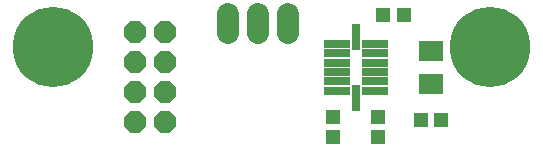
<source format=gts>
G75*
%MOIN*%
%OFA0B0*%
%FSLAX24Y24*%
%IPPOS*%
%LPD*%
%AMOC8*
5,1,8,0,0,1.08239X$1,22.5*
%
%ADD10C,0.2678*%
%ADD11R,0.0513X0.0474*%
%ADD12R,0.0789X0.0710*%
%ADD13C,0.0720*%
%ADD14R,0.0916X0.0277*%
%ADD15R,0.0277X0.0916*%
%ADD16OC8,0.0720*%
D10*
X001874Y004157D03*
X016440Y004157D03*
D11*
X013555Y005220D03*
X012885Y005220D03*
X012720Y001805D03*
X014135Y001720D03*
X014805Y001720D03*
X012720Y001135D03*
X011220Y001135D03*
X011220Y001805D03*
D12*
X014470Y002919D03*
X014470Y004021D03*
D13*
X009720Y004597D02*
X009720Y005237D01*
X008720Y005237D02*
X008720Y004597D01*
X007720Y004597D02*
X007720Y005237D01*
D14*
X011328Y004257D03*
X011325Y003942D03*
X011325Y003627D03*
X011325Y003313D03*
X011325Y002998D03*
X011325Y002683D03*
X012615Y002683D03*
X012615Y002998D03*
X012615Y003313D03*
X012615Y003627D03*
X012615Y003942D03*
X012615Y004257D03*
D15*
X011970Y004494D03*
X011970Y002446D03*
D16*
X004602Y001661D03*
X005602Y001661D03*
X005602Y002661D03*
X004602Y002661D03*
X004602Y003661D03*
X005602Y003661D03*
X005602Y004661D03*
X004602Y004661D03*
M02*

</source>
